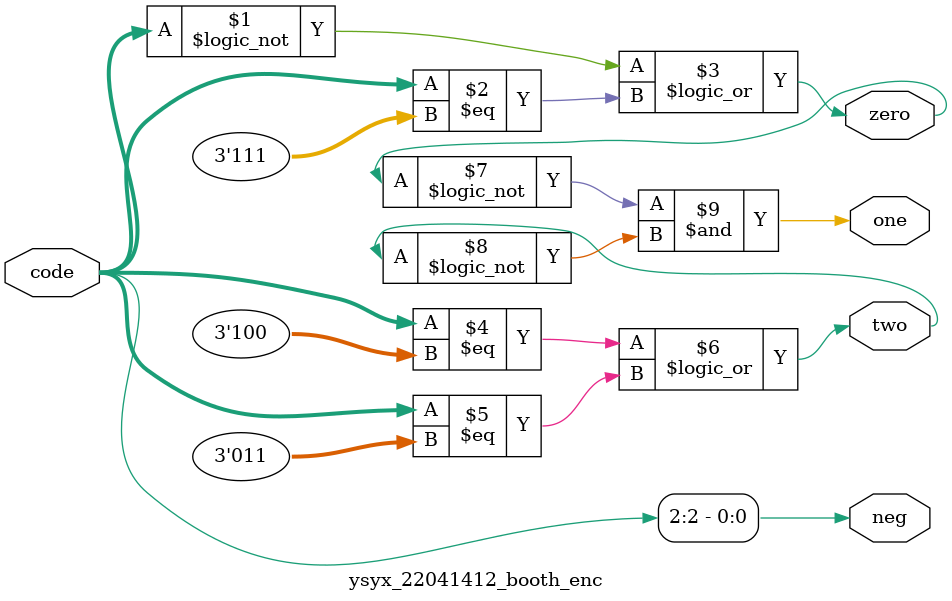
<source format=v>
module ysyx_22041412_booth_enc(
	input wire [2:0] code,
	output neg,
	output zero,
	output one,
	output two
);

assign neg  = code[2];
assign zero = (code==3'b000) || (code==3'b111);
assign two  = (code==3'b100) || (code==3'b011);
assign one  = !zero & !two;

endmodule

</source>
